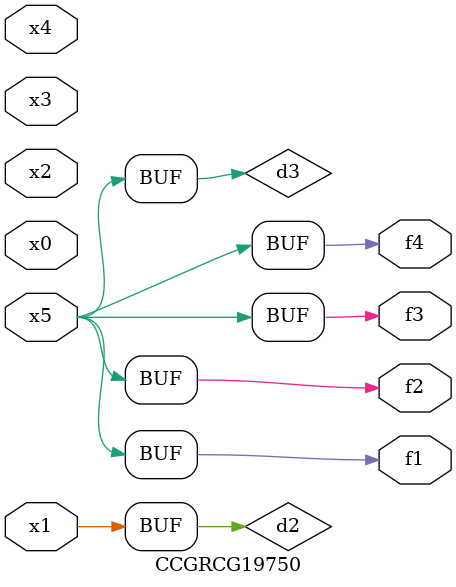
<source format=v>
module CCGRCG19750(
	input x0, x1, x2, x3, x4, x5,
	output f1, f2, f3, f4
);

	wire d1, d2, d3;

	not (d1, x5);
	or (d2, x1);
	xnor (d3, d1);
	assign f1 = d3;
	assign f2 = d3;
	assign f3 = d3;
	assign f4 = d3;
endmodule

</source>
